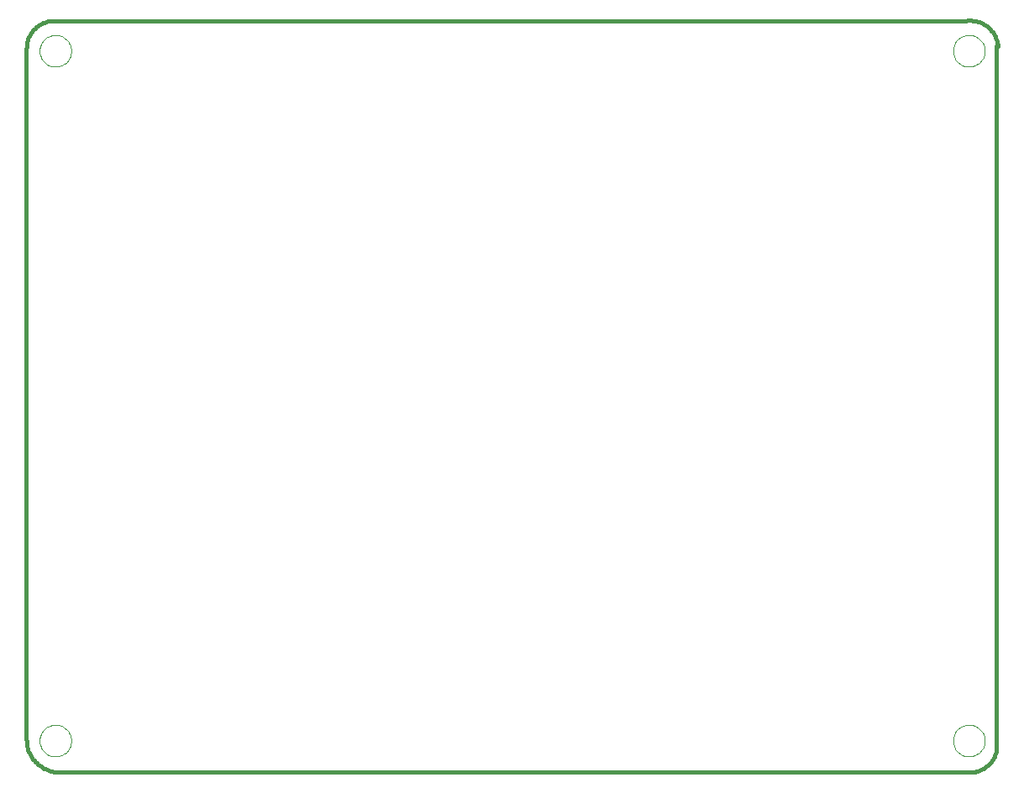
<source format=gm1>
G75*
G70*
%OFA0B0*%
%FSLAX24Y24*%
%IPPOS*%
%LPD*%
%AMOC8*
5,1,8,0,0,1.08239X$1,22.5*
%
%ADD10C,0.0000*%
%ADD11C,0.0160*%
D10*
X000705Y001438D02*
X000707Y001488D01*
X000713Y001538D01*
X000723Y001587D01*
X000737Y001635D01*
X000754Y001682D01*
X000775Y001727D01*
X000800Y001771D01*
X000828Y001812D01*
X000860Y001851D01*
X000894Y001888D01*
X000931Y001922D01*
X000971Y001952D01*
X001013Y001979D01*
X001057Y002003D01*
X001103Y002024D01*
X001150Y002040D01*
X001198Y002053D01*
X001248Y002062D01*
X001297Y002067D01*
X001348Y002068D01*
X001398Y002065D01*
X001447Y002058D01*
X001496Y002047D01*
X001544Y002032D01*
X001590Y002014D01*
X001635Y001992D01*
X001678Y001966D01*
X001719Y001937D01*
X001758Y001905D01*
X001794Y001870D01*
X001826Y001832D01*
X001856Y001792D01*
X001883Y001749D01*
X001906Y001705D01*
X001925Y001659D01*
X001941Y001611D01*
X001953Y001562D01*
X001961Y001513D01*
X001965Y001463D01*
X001965Y001413D01*
X001961Y001363D01*
X001953Y001314D01*
X001941Y001265D01*
X001925Y001217D01*
X001906Y001171D01*
X001883Y001127D01*
X001856Y001084D01*
X001826Y001044D01*
X001794Y001006D01*
X001758Y000971D01*
X001719Y000939D01*
X001678Y000910D01*
X001635Y000884D01*
X001590Y000862D01*
X001544Y000844D01*
X001496Y000829D01*
X001447Y000818D01*
X001398Y000811D01*
X001348Y000808D01*
X001297Y000809D01*
X001248Y000814D01*
X001198Y000823D01*
X001150Y000836D01*
X001103Y000852D01*
X001057Y000873D01*
X001013Y000897D01*
X000971Y000924D01*
X000931Y000954D01*
X000894Y000988D01*
X000860Y001025D01*
X000828Y001064D01*
X000800Y001105D01*
X000775Y001149D01*
X000754Y001194D01*
X000737Y001241D01*
X000723Y001289D01*
X000713Y001338D01*
X000707Y001388D01*
X000705Y001438D01*
X000705Y028838D02*
X000707Y028888D01*
X000713Y028938D01*
X000723Y028987D01*
X000737Y029035D01*
X000754Y029082D01*
X000775Y029127D01*
X000800Y029171D01*
X000828Y029212D01*
X000860Y029251D01*
X000894Y029288D01*
X000931Y029322D01*
X000971Y029352D01*
X001013Y029379D01*
X001057Y029403D01*
X001103Y029424D01*
X001150Y029440D01*
X001198Y029453D01*
X001248Y029462D01*
X001297Y029467D01*
X001348Y029468D01*
X001398Y029465D01*
X001447Y029458D01*
X001496Y029447D01*
X001544Y029432D01*
X001590Y029414D01*
X001635Y029392D01*
X001678Y029366D01*
X001719Y029337D01*
X001758Y029305D01*
X001794Y029270D01*
X001826Y029232D01*
X001856Y029192D01*
X001883Y029149D01*
X001906Y029105D01*
X001925Y029059D01*
X001941Y029011D01*
X001953Y028962D01*
X001961Y028913D01*
X001965Y028863D01*
X001965Y028813D01*
X001961Y028763D01*
X001953Y028714D01*
X001941Y028665D01*
X001925Y028617D01*
X001906Y028571D01*
X001883Y028527D01*
X001856Y028484D01*
X001826Y028444D01*
X001794Y028406D01*
X001758Y028371D01*
X001719Y028339D01*
X001678Y028310D01*
X001635Y028284D01*
X001590Y028262D01*
X001544Y028244D01*
X001496Y028229D01*
X001447Y028218D01*
X001398Y028211D01*
X001348Y028208D01*
X001297Y028209D01*
X001248Y028214D01*
X001198Y028223D01*
X001150Y028236D01*
X001103Y028252D01*
X001057Y028273D01*
X001013Y028297D01*
X000971Y028324D01*
X000931Y028354D01*
X000894Y028388D01*
X000860Y028425D01*
X000828Y028464D01*
X000800Y028505D01*
X000775Y028549D01*
X000754Y028594D01*
X000737Y028641D01*
X000723Y028689D01*
X000713Y028738D01*
X000707Y028788D01*
X000705Y028838D01*
X036955Y028838D02*
X036957Y028888D01*
X036963Y028938D01*
X036973Y028987D01*
X036987Y029035D01*
X037004Y029082D01*
X037025Y029127D01*
X037050Y029171D01*
X037078Y029212D01*
X037110Y029251D01*
X037144Y029288D01*
X037181Y029322D01*
X037221Y029352D01*
X037263Y029379D01*
X037307Y029403D01*
X037353Y029424D01*
X037400Y029440D01*
X037448Y029453D01*
X037498Y029462D01*
X037547Y029467D01*
X037598Y029468D01*
X037648Y029465D01*
X037697Y029458D01*
X037746Y029447D01*
X037794Y029432D01*
X037840Y029414D01*
X037885Y029392D01*
X037928Y029366D01*
X037969Y029337D01*
X038008Y029305D01*
X038044Y029270D01*
X038076Y029232D01*
X038106Y029192D01*
X038133Y029149D01*
X038156Y029105D01*
X038175Y029059D01*
X038191Y029011D01*
X038203Y028962D01*
X038211Y028913D01*
X038215Y028863D01*
X038215Y028813D01*
X038211Y028763D01*
X038203Y028714D01*
X038191Y028665D01*
X038175Y028617D01*
X038156Y028571D01*
X038133Y028527D01*
X038106Y028484D01*
X038076Y028444D01*
X038044Y028406D01*
X038008Y028371D01*
X037969Y028339D01*
X037928Y028310D01*
X037885Y028284D01*
X037840Y028262D01*
X037794Y028244D01*
X037746Y028229D01*
X037697Y028218D01*
X037648Y028211D01*
X037598Y028208D01*
X037547Y028209D01*
X037498Y028214D01*
X037448Y028223D01*
X037400Y028236D01*
X037353Y028252D01*
X037307Y028273D01*
X037263Y028297D01*
X037221Y028324D01*
X037181Y028354D01*
X037144Y028388D01*
X037110Y028425D01*
X037078Y028464D01*
X037050Y028505D01*
X037025Y028549D01*
X037004Y028594D01*
X036987Y028641D01*
X036973Y028689D01*
X036963Y028738D01*
X036957Y028788D01*
X036955Y028838D01*
X036955Y001438D02*
X036957Y001488D01*
X036963Y001538D01*
X036973Y001587D01*
X036987Y001635D01*
X037004Y001682D01*
X037025Y001727D01*
X037050Y001771D01*
X037078Y001812D01*
X037110Y001851D01*
X037144Y001888D01*
X037181Y001922D01*
X037221Y001952D01*
X037263Y001979D01*
X037307Y002003D01*
X037353Y002024D01*
X037400Y002040D01*
X037448Y002053D01*
X037498Y002062D01*
X037547Y002067D01*
X037598Y002068D01*
X037648Y002065D01*
X037697Y002058D01*
X037746Y002047D01*
X037794Y002032D01*
X037840Y002014D01*
X037885Y001992D01*
X037928Y001966D01*
X037969Y001937D01*
X038008Y001905D01*
X038044Y001870D01*
X038076Y001832D01*
X038106Y001792D01*
X038133Y001749D01*
X038156Y001705D01*
X038175Y001659D01*
X038191Y001611D01*
X038203Y001562D01*
X038211Y001513D01*
X038215Y001463D01*
X038215Y001413D01*
X038211Y001363D01*
X038203Y001314D01*
X038191Y001265D01*
X038175Y001217D01*
X038156Y001171D01*
X038133Y001127D01*
X038106Y001084D01*
X038076Y001044D01*
X038044Y001006D01*
X038008Y000971D01*
X037969Y000939D01*
X037928Y000910D01*
X037885Y000884D01*
X037840Y000862D01*
X037794Y000844D01*
X037746Y000829D01*
X037697Y000818D01*
X037648Y000811D01*
X037598Y000808D01*
X037547Y000809D01*
X037498Y000814D01*
X037448Y000823D01*
X037400Y000836D01*
X037353Y000852D01*
X037307Y000873D01*
X037263Y000897D01*
X037221Y000924D01*
X037181Y000954D01*
X037144Y000988D01*
X037110Y001025D01*
X037078Y001064D01*
X037050Y001105D01*
X037025Y001149D01*
X037004Y001194D01*
X036987Y001241D01*
X036973Y001289D01*
X036963Y001338D01*
X036957Y001388D01*
X036955Y001438D01*
D11*
X037635Y000188D02*
X001485Y000188D01*
X001415Y000190D01*
X001344Y000196D01*
X001275Y000205D01*
X001206Y000218D01*
X001137Y000235D01*
X001070Y000256D01*
X001004Y000280D01*
X000939Y000308D01*
X000876Y000339D01*
X000815Y000374D01*
X000755Y000412D01*
X000698Y000453D01*
X000643Y000497D01*
X000591Y000544D01*
X000541Y000594D01*
X000494Y000646D01*
X000450Y000701D01*
X000409Y000758D01*
X000371Y000818D01*
X000336Y000879D01*
X000305Y000942D01*
X000277Y001007D01*
X000253Y001073D01*
X000232Y001140D01*
X000215Y001209D01*
X000202Y001278D01*
X000193Y001347D01*
X000187Y001418D01*
X000185Y001488D01*
X000185Y028938D01*
X000187Y029002D01*
X000192Y029066D01*
X000202Y029129D01*
X000215Y029192D01*
X000231Y029253D01*
X000251Y029314D01*
X000275Y029374D01*
X000302Y029432D01*
X000332Y029488D01*
X000366Y029542D01*
X000403Y029595D01*
X000442Y029645D01*
X000485Y029693D01*
X000530Y029738D01*
X000578Y029781D01*
X000628Y029820D01*
X000681Y029857D01*
X000735Y029891D01*
X000791Y029921D01*
X000849Y029948D01*
X000909Y029972D01*
X000970Y029992D01*
X001031Y030008D01*
X001094Y030021D01*
X001157Y030031D01*
X001221Y030036D01*
X001285Y030038D01*
X037485Y030038D01*
X038685Y029038D02*
X038685Y001238D01*
X038683Y001175D01*
X038677Y001111D01*
X038668Y001049D01*
X038654Y000987D01*
X038637Y000926D01*
X038617Y000866D01*
X038592Y000807D01*
X038565Y000750D01*
X038534Y000695D01*
X038499Y000642D01*
X038462Y000590D01*
X038421Y000542D01*
X038377Y000496D01*
X038331Y000452D01*
X038283Y000411D01*
X038231Y000374D01*
X038178Y000339D01*
X038123Y000308D01*
X038066Y000281D01*
X038007Y000256D01*
X037947Y000236D01*
X037886Y000219D01*
X037824Y000205D01*
X037762Y000196D01*
X037698Y000190D01*
X037635Y000188D01*
X038735Y029038D02*
X038726Y029103D01*
X038713Y029168D01*
X038696Y029231D01*
X038676Y029294D01*
X038652Y029355D01*
X038624Y029415D01*
X038594Y029473D01*
X038559Y029530D01*
X038522Y029584D01*
X038481Y029636D01*
X038438Y029685D01*
X038392Y029732D01*
X038343Y029776D01*
X038291Y029817D01*
X038237Y029855D01*
X038182Y029890D01*
X038124Y029922D01*
X038064Y029950D01*
X038003Y029975D01*
X037941Y029996D01*
X037877Y030013D01*
X037813Y030027D01*
X037748Y030037D01*
X037682Y030043D01*
X037616Y030045D01*
X037551Y030043D01*
X037485Y030038D01*
M02*

</source>
